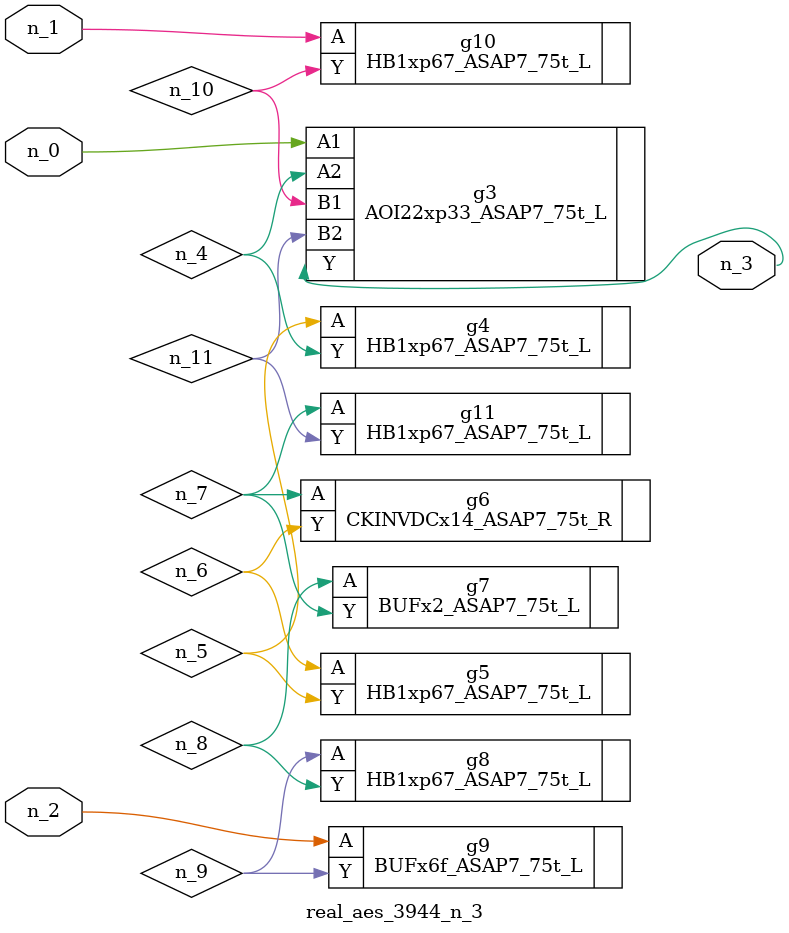
<source format=v>
module real_aes_3944_n_3 (n_0, n_2, n_1, n_3);
input n_0;
input n_2;
input n_1;
output n_3;
wire n_4;
wire n_5;
wire n_7;
wire n_8;
wire n_6;
wire n_9;
wire n_10;
wire n_11;
AOI22xp33_ASAP7_75t_L g3 ( .A1(n_0), .A2(n_4), .B1(n_10), .B2(n_11), .Y(n_3) );
HB1xp67_ASAP7_75t_L g10 ( .A(n_1), .Y(n_10) );
BUFx6f_ASAP7_75t_L g9 ( .A(n_2), .Y(n_9) );
HB1xp67_ASAP7_75t_L g4 ( .A(n_5), .Y(n_4) );
HB1xp67_ASAP7_75t_L g5 ( .A(n_6), .Y(n_5) );
CKINVDCx14_ASAP7_75t_R g6 ( .A(n_7), .Y(n_6) );
HB1xp67_ASAP7_75t_L g11 ( .A(n_7), .Y(n_11) );
BUFx2_ASAP7_75t_L g7 ( .A(n_8), .Y(n_7) );
HB1xp67_ASAP7_75t_L g8 ( .A(n_9), .Y(n_8) );
endmodule
</source>
